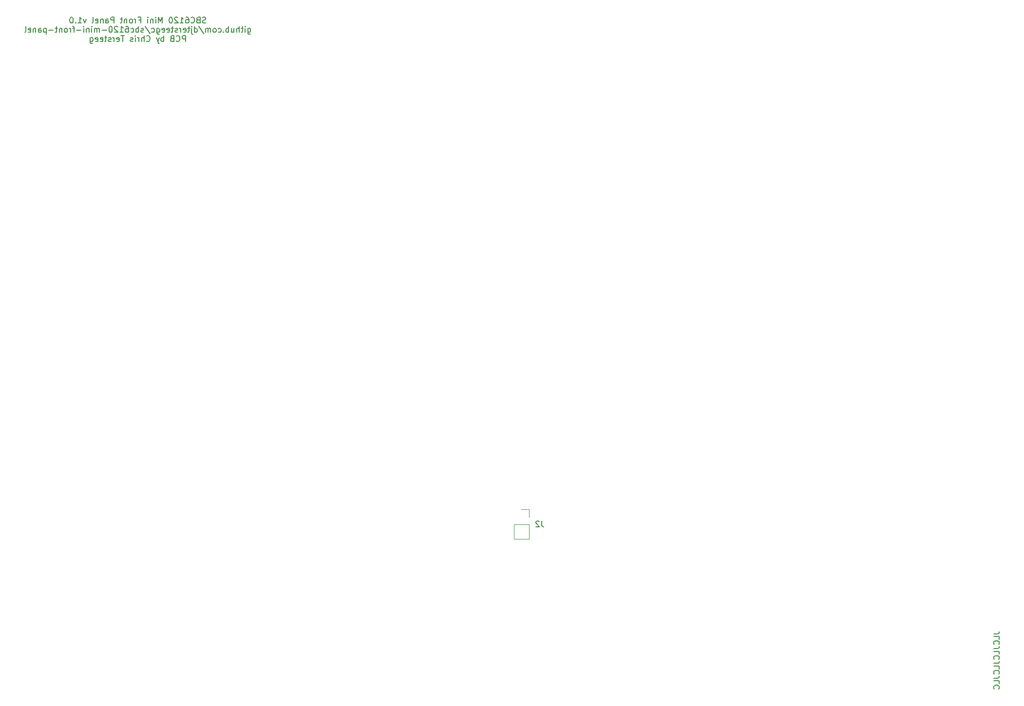
<source format=gbr>
%TF.GenerationSoftware,KiCad,Pcbnew,7.0.9*%
%TF.CreationDate,2023-12-04T17:05:13-06:00*%
%TF.ProjectId,sbc6120-rbc-front-panel,73626336-3132-4302-9d72-62632d66726f,1.0*%
%TF.SameCoordinates,Original*%
%TF.FileFunction,Legend,Bot*%
%TF.FilePolarity,Positive*%
%FSLAX46Y46*%
G04 Gerber Fmt 4.6, Leading zero omitted, Abs format (unit mm)*
G04 Created by KiCad (PCBNEW 7.0.9) date 2023-12-04 17:05:13*
%MOMM*%
%LPD*%
G01*
G04 APERTURE LIST*
%ADD10C,0.150000*%
%ADD11C,0.120000*%
G04 APERTURE END LIST*
D10*
X235724819Y-134607493D02*
X236439104Y-134607493D01*
X236439104Y-134607493D02*
X236581961Y-134559874D01*
X236581961Y-134559874D02*
X236677200Y-134464636D01*
X236677200Y-134464636D02*
X236724819Y-134321779D01*
X236724819Y-134321779D02*
X236724819Y-134226541D01*
X236724819Y-135559874D02*
X236724819Y-135083684D01*
X236724819Y-135083684D02*
X235724819Y-135083684D01*
X236629580Y-136464636D02*
X236677200Y-136417017D01*
X236677200Y-136417017D02*
X236724819Y-136274160D01*
X236724819Y-136274160D02*
X236724819Y-136178922D01*
X236724819Y-136178922D02*
X236677200Y-136036065D01*
X236677200Y-136036065D02*
X236581961Y-135940827D01*
X236581961Y-135940827D02*
X236486723Y-135893208D01*
X236486723Y-135893208D02*
X236296247Y-135845589D01*
X236296247Y-135845589D02*
X236153390Y-135845589D01*
X236153390Y-135845589D02*
X235962914Y-135893208D01*
X235962914Y-135893208D02*
X235867676Y-135940827D01*
X235867676Y-135940827D02*
X235772438Y-136036065D01*
X235772438Y-136036065D02*
X235724819Y-136178922D01*
X235724819Y-136178922D02*
X235724819Y-136274160D01*
X235724819Y-136274160D02*
X235772438Y-136417017D01*
X235772438Y-136417017D02*
X235820057Y-136464636D01*
X235724819Y-137178922D02*
X236439104Y-137178922D01*
X236439104Y-137178922D02*
X236581961Y-137131303D01*
X236581961Y-137131303D02*
X236677200Y-137036065D01*
X236677200Y-137036065D02*
X236724819Y-136893208D01*
X236724819Y-136893208D02*
X236724819Y-136797970D01*
X236724819Y-138131303D02*
X236724819Y-137655113D01*
X236724819Y-137655113D02*
X235724819Y-137655113D01*
X236629580Y-139036065D02*
X236677200Y-138988446D01*
X236677200Y-138988446D02*
X236724819Y-138845589D01*
X236724819Y-138845589D02*
X236724819Y-138750351D01*
X236724819Y-138750351D02*
X236677200Y-138607494D01*
X236677200Y-138607494D02*
X236581961Y-138512256D01*
X236581961Y-138512256D02*
X236486723Y-138464637D01*
X236486723Y-138464637D02*
X236296247Y-138417018D01*
X236296247Y-138417018D02*
X236153390Y-138417018D01*
X236153390Y-138417018D02*
X235962914Y-138464637D01*
X235962914Y-138464637D02*
X235867676Y-138512256D01*
X235867676Y-138512256D02*
X235772438Y-138607494D01*
X235772438Y-138607494D02*
X235724819Y-138750351D01*
X235724819Y-138750351D02*
X235724819Y-138845589D01*
X235724819Y-138845589D02*
X235772438Y-138988446D01*
X235772438Y-138988446D02*
X235820057Y-139036065D01*
X235724819Y-139750351D02*
X236439104Y-139750351D01*
X236439104Y-139750351D02*
X236581961Y-139702732D01*
X236581961Y-139702732D02*
X236677200Y-139607494D01*
X236677200Y-139607494D02*
X236724819Y-139464637D01*
X236724819Y-139464637D02*
X236724819Y-139369399D01*
X236724819Y-140702732D02*
X236724819Y-140226542D01*
X236724819Y-140226542D02*
X235724819Y-140226542D01*
X236629580Y-141607494D02*
X236677200Y-141559875D01*
X236677200Y-141559875D02*
X236724819Y-141417018D01*
X236724819Y-141417018D02*
X236724819Y-141321780D01*
X236724819Y-141321780D02*
X236677200Y-141178923D01*
X236677200Y-141178923D02*
X236581961Y-141083685D01*
X236581961Y-141083685D02*
X236486723Y-141036066D01*
X236486723Y-141036066D02*
X236296247Y-140988447D01*
X236296247Y-140988447D02*
X236153390Y-140988447D01*
X236153390Y-140988447D02*
X235962914Y-141036066D01*
X235962914Y-141036066D02*
X235867676Y-141083685D01*
X235867676Y-141083685D02*
X235772438Y-141178923D01*
X235772438Y-141178923D02*
X235724819Y-141321780D01*
X235724819Y-141321780D02*
X235724819Y-141417018D01*
X235724819Y-141417018D02*
X235772438Y-141559875D01*
X235772438Y-141559875D02*
X235820057Y-141607494D01*
X235724819Y-142321780D02*
X236439104Y-142321780D01*
X236439104Y-142321780D02*
X236581961Y-142274161D01*
X236581961Y-142274161D02*
X236677200Y-142178923D01*
X236677200Y-142178923D02*
X236724819Y-142036066D01*
X236724819Y-142036066D02*
X236724819Y-141940828D01*
X236724819Y-143274161D02*
X236724819Y-142797971D01*
X236724819Y-142797971D02*
X235724819Y-142797971D01*
X236629580Y-144178923D02*
X236677200Y-144131304D01*
X236677200Y-144131304D02*
X236724819Y-143988447D01*
X236724819Y-143988447D02*
X236724819Y-143893209D01*
X236724819Y-143893209D02*
X236677200Y-143750352D01*
X236677200Y-143750352D02*
X236581961Y-143655114D01*
X236581961Y-143655114D02*
X236486723Y-143607495D01*
X236486723Y-143607495D02*
X236296247Y-143559876D01*
X236296247Y-143559876D02*
X236153390Y-143559876D01*
X236153390Y-143559876D02*
X235962914Y-143607495D01*
X235962914Y-143607495D02*
X235867676Y-143655114D01*
X235867676Y-143655114D02*
X235772438Y-143750352D01*
X235772438Y-143750352D02*
X235724819Y-143893209D01*
X235724819Y-143893209D02*
X235724819Y-143988447D01*
X235724819Y-143988447D02*
X235772438Y-144131304D01*
X235772438Y-144131304D02*
X235820057Y-144178923D01*
X98804524Y-28352200D02*
X98661667Y-28399819D01*
X98661667Y-28399819D02*
X98423572Y-28399819D01*
X98423572Y-28399819D02*
X98328334Y-28352200D01*
X98328334Y-28352200D02*
X98280715Y-28304580D01*
X98280715Y-28304580D02*
X98233096Y-28209342D01*
X98233096Y-28209342D02*
X98233096Y-28114104D01*
X98233096Y-28114104D02*
X98280715Y-28018866D01*
X98280715Y-28018866D02*
X98328334Y-27971247D01*
X98328334Y-27971247D02*
X98423572Y-27923628D01*
X98423572Y-27923628D02*
X98614048Y-27876009D01*
X98614048Y-27876009D02*
X98709286Y-27828390D01*
X98709286Y-27828390D02*
X98756905Y-27780771D01*
X98756905Y-27780771D02*
X98804524Y-27685533D01*
X98804524Y-27685533D02*
X98804524Y-27590295D01*
X98804524Y-27590295D02*
X98756905Y-27495057D01*
X98756905Y-27495057D02*
X98709286Y-27447438D01*
X98709286Y-27447438D02*
X98614048Y-27399819D01*
X98614048Y-27399819D02*
X98375953Y-27399819D01*
X98375953Y-27399819D02*
X98233096Y-27447438D01*
X97471191Y-27876009D02*
X97328334Y-27923628D01*
X97328334Y-27923628D02*
X97280715Y-27971247D01*
X97280715Y-27971247D02*
X97233096Y-28066485D01*
X97233096Y-28066485D02*
X97233096Y-28209342D01*
X97233096Y-28209342D02*
X97280715Y-28304580D01*
X97280715Y-28304580D02*
X97328334Y-28352200D01*
X97328334Y-28352200D02*
X97423572Y-28399819D01*
X97423572Y-28399819D02*
X97804524Y-28399819D01*
X97804524Y-28399819D02*
X97804524Y-27399819D01*
X97804524Y-27399819D02*
X97471191Y-27399819D01*
X97471191Y-27399819D02*
X97375953Y-27447438D01*
X97375953Y-27447438D02*
X97328334Y-27495057D01*
X97328334Y-27495057D02*
X97280715Y-27590295D01*
X97280715Y-27590295D02*
X97280715Y-27685533D01*
X97280715Y-27685533D02*
X97328334Y-27780771D01*
X97328334Y-27780771D02*
X97375953Y-27828390D01*
X97375953Y-27828390D02*
X97471191Y-27876009D01*
X97471191Y-27876009D02*
X97804524Y-27876009D01*
X96233096Y-28304580D02*
X96280715Y-28352200D01*
X96280715Y-28352200D02*
X96423572Y-28399819D01*
X96423572Y-28399819D02*
X96518810Y-28399819D01*
X96518810Y-28399819D02*
X96661667Y-28352200D01*
X96661667Y-28352200D02*
X96756905Y-28256961D01*
X96756905Y-28256961D02*
X96804524Y-28161723D01*
X96804524Y-28161723D02*
X96852143Y-27971247D01*
X96852143Y-27971247D02*
X96852143Y-27828390D01*
X96852143Y-27828390D02*
X96804524Y-27637914D01*
X96804524Y-27637914D02*
X96756905Y-27542676D01*
X96756905Y-27542676D02*
X96661667Y-27447438D01*
X96661667Y-27447438D02*
X96518810Y-27399819D01*
X96518810Y-27399819D02*
X96423572Y-27399819D01*
X96423572Y-27399819D02*
X96280715Y-27447438D01*
X96280715Y-27447438D02*
X96233096Y-27495057D01*
X95375953Y-27399819D02*
X95566429Y-27399819D01*
X95566429Y-27399819D02*
X95661667Y-27447438D01*
X95661667Y-27447438D02*
X95709286Y-27495057D01*
X95709286Y-27495057D02*
X95804524Y-27637914D01*
X95804524Y-27637914D02*
X95852143Y-27828390D01*
X95852143Y-27828390D02*
X95852143Y-28209342D01*
X95852143Y-28209342D02*
X95804524Y-28304580D01*
X95804524Y-28304580D02*
X95756905Y-28352200D01*
X95756905Y-28352200D02*
X95661667Y-28399819D01*
X95661667Y-28399819D02*
X95471191Y-28399819D01*
X95471191Y-28399819D02*
X95375953Y-28352200D01*
X95375953Y-28352200D02*
X95328334Y-28304580D01*
X95328334Y-28304580D02*
X95280715Y-28209342D01*
X95280715Y-28209342D02*
X95280715Y-27971247D01*
X95280715Y-27971247D02*
X95328334Y-27876009D01*
X95328334Y-27876009D02*
X95375953Y-27828390D01*
X95375953Y-27828390D02*
X95471191Y-27780771D01*
X95471191Y-27780771D02*
X95661667Y-27780771D01*
X95661667Y-27780771D02*
X95756905Y-27828390D01*
X95756905Y-27828390D02*
X95804524Y-27876009D01*
X95804524Y-27876009D02*
X95852143Y-27971247D01*
X94328334Y-28399819D02*
X94899762Y-28399819D01*
X94614048Y-28399819D02*
X94614048Y-27399819D01*
X94614048Y-27399819D02*
X94709286Y-27542676D01*
X94709286Y-27542676D02*
X94804524Y-27637914D01*
X94804524Y-27637914D02*
X94899762Y-27685533D01*
X93947381Y-27495057D02*
X93899762Y-27447438D01*
X93899762Y-27447438D02*
X93804524Y-27399819D01*
X93804524Y-27399819D02*
X93566429Y-27399819D01*
X93566429Y-27399819D02*
X93471191Y-27447438D01*
X93471191Y-27447438D02*
X93423572Y-27495057D01*
X93423572Y-27495057D02*
X93375953Y-27590295D01*
X93375953Y-27590295D02*
X93375953Y-27685533D01*
X93375953Y-27685533D02*
X93423572Y-27828390D01*
X93423572Y-27828390D02*
X93995000Y-28399819D01*
X93995000Y-28399819D02*
X93375953Y-28399819D01*
X92756905Y-27399819D02*
X92661667Y-27399819D01*
X92661667Y-27399819D02*
X92566429Y-27447438D01*
X92566429Y-27447438D02*
X92518810Y-27495057D01*
X92518810Y-27495057D02*
X92471191Y-27590295D01*
X92471191Y-27590295D02*
X92423572Y-27780771D01*
X92423572Y-27780771D02*
X92423572Y-28018866D01*
X92423572Y-28018866D02*
X92471191Y-28209342D01*
X92471191Y-28209342D02*
X92518810Y-28304580D01*
X92518810Y-28304580D02*
X92566429Y-28352200D01*
X92566429Y-28352200D02*
X92661667Y-28399819D01*
X92661667Y-28399819D02*
X92756905Y-28399819D01*
X92756905Y-28399819D02*
X92852143Y-28352200D01*
X92852143Y-28352200D02*
X92899762Y-28304580D01*
X92899762Y-28304580D02*
X92947381Y-28209342D01*
X92947381Y-28209342D02*
X92995000Y-28018866D01*
X92995000Y-28018866D02*
X92995000Y-27780771D01*
X92995000Y-27780771D02*
X92947381Y-27590295D01*
X92947381Y-27590295D02*
X92899762Y-27495057D01*
X92899762Y-27495057D02*
X92852143Y-27447438D01*
X92852143Y-27447438D02*
X92756905Y-27399819D01*
X91233095Y-28399819D02*
X91233095Y-27399819D01*
X91233095Y-27399819D02*
X90899762Y-28114104D01*
X90899762Y-28114104D02*
X90566429Y-27399819D01*
X90566429Y-27399819D02*
X90566429Y-28399819D01*
X90090238Y-28399819D02*
X90090238Y-27733152D01*
X90090238Y-27399819D02*
X90137857Y-27447438D01*
X90137857Y-27447438D02*
X90090238Y-27495057D01*
X90090238Y-27495057D02*
X90042619Y-27447438D01*
X90042619Y-27447438D02*
X90090238Y-27399819D01*
X90090238Y-27399819D02*
X90090238Y-27495057D01*
X89614048Y-27733152D02*
X89614048Y-28399819D01*
X89614048Y-27828390D02*
X89566429Y-27780771D01*
X89566429Y-27780771D02*
X89471191Y-27733152D01*
X89471191Y-27733152D02*
X89328334Y-27733152D01*
X89328334Y-27733152D02*
X89233096Y-27780771D01*
X89233096Y-27780771D02*
X89185477Y-27876009D01*
X89185477Y-27876009D02*
X89185477Y-28399819D01*
X88709286Y-28399819D02*
X88709286Y-27733152D01*
X88709286Y-27399819D02*
X88756905Y-27447438D01*
X88756905Y-27447438D02*
X88709286Y-27495057D01*
X88709286Y-27495057D02*
X88661667Y-27447438D01*
X88661667Y-27447438D02*
X88709286Y-27399819D01*
X88709286Y-27399819D02*
X88709286Y-27495057D01*
X87137858Y-27876009D02*
X87471191Y-27876009D01*
X87471191Y-28399819D02*
X87471191Y-27399819D01*
X87471191Y-27399819D02*
X86995001Y-27399819D01*
X86614048Y-28399819D02*
X86614048Y-27733152D01*
X86614048Y-27923628D02*
X86566429Y-27828390D01*
X86566429Y-27828390D02*
X86518810Y-27780771D01*
X86518810Y-27780771D02*
X86423572Y-27733152D01*
X86423572Y-27733152D02*
X86328334Y-27733152D01*
X85852143Y-28399819D02*
X85947381Y-28352200D01*
X85947381Y-28352200D02*
X85995000Y-28304580D01*
X85995000Y-28304580D02*
X86042619Y-28209342D01*
X86042619Y-28209342D02*
X86042619Y-27923628D01*
X86042619Y-27923628D02*
X85995000Y-27828390D01*
X85995000Y-27828390D02*
X85947381Y-27780771D01*
X85947381Y-27780771D02*
X85852143Y-27733152D01*
X85852143Y-27733152D02*
X85709286Y-27733152D01*
X85709286Y-27733152D02*
X85614048Y-27780771D01*
X85614048Y-27780771D02*
X85566429Y-27828390D01*
X85566429Y-27828390D02*
X85518810Y-27923628D01*
X85518810Y-27923628D02*
X85518810Y-28209342D01*
X85518810Y-28209342D02*
X85566429Y-28304580D01*
X85566429Y-28304580D02*
X85614048Y-28352200D01*
X85614048Y-28352200D02*
X85709286Y-28399819D01*
X85709286Y-28399819D02*
X85852143Y-28399819D01*
X85090238Y-27733152D02*
X85090238Y-28399819D01*
X85090238Y-27828390D02*
X85042619Y-27780771D01*
X85042619Y-27780771D02*
X84947381Y-27733152D01*
X84947381Y-27733152D02*
X84804524Y-27733152D01*
X84804524Y-27733152D02*
X84709286Y-27780771D01*
X84709286Y-27780771D02*
X84661667Y-27876009D01*
X84661667Y-27876009D02*
X84661667Y-28399819D01*
X84328333Y-27733152D02*
X83947381Y-27733152D01*
X84185476Y-27399819D02*
X84185476Y-28256961D01*
X84185476Y-28256961D02*
X84137857Y-28352200D01*
X84137857Y-28352200D02*
X84042619Y-28399819D01*
X84042619Y-28399819D02*
X83947381Y-28399819D01*
X82852142Y-28399819D02*
X82852142Y-27399819D01*
X82852142Y-27399819D02*
X82471190Y-27399819D01*
X82471190Y-27399819D02*
X82375952Y-27447438D01*
X82375952Y-27447438D02*
X82328333Y-27495057D01*
X82328333Y-27495057D02*
X82280714Y-27590295D01*
X82280714Y-27590295D02*
X82280714Y-27733152D01*
X82280714Y-27733152D02*
X82328333Y-27828390D01*
X82328333Y-27828390D02*
X82375952Y-27876009D01*
X82375952Y-27876009D02*
X82471190Y-27923628D01*
X82471190Y-27923628D02*
X82852142Y-27923628D01*
X81423571Y-28399819D02*
X81423571Y-27876009D01*
X81423571Y-27876009D02*
X81471190Y-27780771D01*
X81471190Y-27780771D02*
X81566428Y-27733152D01*
X81566428Y-27733152D02*
X81756904Y-27733152D01*
X81756904Y-27733152D02*
X81852142Y-27780771D01*
X81423571Y-28352200D02*
X81518809Y-28399819D01*
X81518809Y-28399819D02*
X81756904Y-28399819D01*
X81756904Y-28399819D02*
X81852142Y-28352200D01*
X81852142Y-28352200D02*
X81899761Y-28256961D01*
X81899761Y-28256961D02*
X81899761Y-28161723D01*
X81899761Y-28161723D02*
X81852142Y-28066485D01*
X81852142Y-28066485D02*
X81756904Y-28018866D01*
X81756904Y-28018866D02*
X81518809Y-28018866D01*
X81518809Y-28018866D02*
X81423571Y-27971247D01*
X80947380Y-27733152D02*
X80947380Y-28399819D01*
X80947380Y-27828390D02*
X80899761Y-27780771D01*
X80899761Y-27780771D02*
X80804523Y-27733152D01*
X80804523Y-27733152D02*
X80661666Y-27733152D01*
X80661666Y-27733152D02*
X80566428Y-27780771D01*
X80566428Y-27780771D02*
X80518809Y-27876009D01*
X80518809Y-27876009D02*
X80518809Y-28399819D01*
X79661666Y-28352200D02*
X79756904Y-28399819D01*
X79756904Y-28399819D02*
X79947380Y-28399819D01*
X79947380Y-28399819D02*
X80042618Y-28352200D01*
X80042618Y-28352200D02*
X80090237Y-28256961D01*
X80090237Y-28256961D02*
X80090237Y-27876009D01*
X80090237Y-27876009D02*
X80042618Y-27780771D01*
X80042618Y-27780771D02*
X79947380Y-27733152D01*
X79947380Y-27733152D02*
X79756904Y-27733152D01*
X79756904Y-27733152D02*
X79661666Y-27780771D01*
X79661666Y-27780771D02*
X79614047Y-27876009D01*
X79614047Y-27876009D02*
X79614047Y-27971247D01*
X79614047Y-27971247D02*
X80090237Y-28066485D01*
X79042618Y-28399819D02*
X79137856Y-28352200D01*
X79137856Y-28352200D02*
X79185475Y-28256961D01*
X79185475Y-28256961D02*
X79185475Y-27399819D01*
X77994998Y-27733152D02*
X77756903Y-28399819D01*
X77756903Y-28399819D02*
X77518808Y-27733152D01*
X76614046Y-28399819D02*
X77185474Y-28399819D01*
X76899760Y-28399819D02*
X76899760Y-27399819D01*
X76899760Y-27399819D02*
X76994998Y-27542676D01*
X76994998Y-27542676D02*
X77090236Y-27637914D01*
X77090236Y-27637914D02*
X77185474Y-27685533D01*
X76185474Y-28304580D02*
X76137855Y-28352200D01*
X76137855Y-28352200D02*
X76185474Y-28399819D01*
X76185474Y-28399819D02*
X76233093Y-28352200D01*
X76233093Y-28352200D02*
X76185474Y-28304580D01*
X76185474Y-28304580D02*
X76185474Y-28399819D01*
X75518808Y-27399819D02*
X75423570Y-27399819D01*
X75423570Y-27399819D02*
X75328332Y-27447438D01*
X75328332Y-27447438D02*
X75280713Y-27495057D01*
X75280713Y-27495057D02*
X75233094Y-27590295D01*
X75233094Y-27590295D02*
X75185475Y-27780771D01*
X75185475Y-27780771D02*
X75185475Y-28018866D01*
X75185475Y-28018866D02*
X75233094Y-28209342D01*
X75233094Y-28209342D02*
X75280713Y-28304580D01*
X75280713Y-28304580D02*
X75328332Y-28352200D01*
X75328332Y-28352200D02*
X75423570Y-28399819D01*
X75423570Y-28399819D02*
X75518808Y-28399819D01*
X75518808Y-28399819D02*
X75614046Y-28352200D01*
X75614046Y-28352200D02*
X75661665Y-28304580D01*
X75661665Y-28304580D02*
X75709284Y-28209342D01*
X75709284Y-28209342D02*
X75756903Y-28018866D01*
X75756903Y-28018866D02*
X75756903Y-27780771D01*
X75756903Y-27780771D02*
X75709284Y-27590295D01*
X75709284Y-27590295D02*
X75661665Y-27495057D01*
X75661665Y-27495057D02*
X75614046Y-27447438D01*
X75614046Y-27447438D02*
X75518808Y-27399819D01*
X106114048Y-29343152D02*
X106114048Y-30152676D01*
X106114048Y-30152676D02*
X106161667Y-30247914D01*
X106161667Y-30247914D02*
X106209286Y-30295533D01*
X106209286Y-30295533D02*
X106304524Y-30343152D01*
X106304524Y-30343152D02*
X106447381Y-30343152D01*
X106447381Y-30343152D02*
X106542619Y-30295533D01*
X106114048Y-29962200D02*
X106209286Y-30009819D01*
X106209286Y-30009819D02*
X106399762Y-30009819D01*
X106399762Y-30009819D02*
X106495000Y-29962200D01*
X106495000Y-29962200D02*
X106542619Y-29914580D01*
X106542619Y-29914580D02*
X106590238Y-29819342D01*
X106590238Y-29819342D02*
X106590238Y-29533628D01*
X106590238Y-29533628D02*
X106542619Y-29438390D01*
X106542619Y-29438390D02*
X106495000Y-29390771D01*
X106495000Y-29390771D02*
X106399762Y-29343152D01*
X106399762Y-29343152D02*
X106209286Y-29343152D01*
X106209286Y-29343152D02*
X106114048Y-29390771D01*
X105637857Y-30009819D02*
X105637857Y-29343152D01*
X105637857Y-29009819D02*
X105685476Y-29057438D01*
X105685476Y-29057438D02*
X105637857Y-29105057D01*
X105637857Y-29105057D02*
X105590238Y-29057438D01*
X105590238Y-29057438D02*
X105637857Y-29009819D01*
X105637857Y-29009819D02*
X105637857Y-29105057D01*
X105304524Y-29343152D02*
X104923572Y-29343152D01*
X105161667Y-29009819D02*
X105161667Y-29866961D01*
X105161667Y-29866961D02*
X105114048Y-29962200D01*
X105114048Y-29962200D02*
X105018810Y-30009819D01*
X105018810Y-30009819D02*
X104923572Y-30009819D01*
X104590238Y-30009819D02*
X104590238Y-29009819D01*
X104161667Y-30009819D02*
X104161667Y-29486009D01*
X104161667Y-29486009D02*
X104209286Y-29390771D01*
X104209286Y-29390771D02*
X104304524Y-29343152D01*
X104304524Y-29343152D02*
X104447381Y-29343152D01*
X104447381Y-29343152D02*
X104542619Y-29390771D01*
X104542619Y-29390771D02*
X104590238Y-29438390D01*
X103256905Y-29343152D02*
X103256905Y-30009819D01*
X103685476Y-29343152D02*
X103685476Y-29866961D01*
X103685476Y-29866961D02*
X103637857Y-29962200D01*
X103637857Y-29962200D02*
X103542619Y-30009819D01*
X103542619Y-30009819D02*
X103399762Y-30009819D01*
X103399762Y-30009819D02*
X103304524Y-29962200D01*
X103304524Y-29962200D02*
X103256905Y-29914580D01*
X102780714Y-30009819D02*
X102780714Y-29009819D01*
X102780714Y-29390771D02*
X102685476Y-29343152D01*
X102685476Y-29343152D02*
X102495000Y-29343152D01*
X102495000Y-29343152D02*
X102399762Y-29390771D01*
X102399762Y-29390771D02*
X102352143Y-29438390D01*
X102352143Y-29438390D02*
X102304524Y-29533628D01*
X102304524Y-29533628D02*
X102304524Y-29819342D01*
X102304524Y-29819342D02*
X102352143Y-29914580D01*
X102352143Y-29914580D02*
X102399762Y-29962200D01*
X102399762Y-29962200D02*
X102495000Y-30009819D01*
X102495000Y-30009819D02*
X102685476Y-30009819D01*
X102685476Y-30009819D02*
X102780714Y-29962200D01*
X101875952Y-29914580D02*
X101828333Y-29962200D01*
X101828333Y-29962200D02*
X101875952Y-30009819D01*
X101875952Y-30009819D02*
X101923571Y-29962200D01*
X101923571Y-29962200D02*
X101875952Y-29914580D01*
X101875952Y-29914580D02*
X101875952Y-30009819D01*
X100971191Y-29962200D02*
X101066429Y-30009819D01*
X101066429Y-30009819D02*
X101256905Y-30009819D01*
X101256905Y-30009819D02*
X101352143Y-29962200D01*
X101352143Y-29962200D02*
X101399762Y-29914580D01*
X101399762Y-29914580D02*
X101447381Y-29819342D01*
X101447381Y-29819342D02*
X101447381Y-29533628D01*
X101447381Y-29533628D02*
X101399762Y-29438390D01*
X101399762Y-29438390D02*
X101352143Y-29390771D01*
X101352143Y-29390771D02*
X101256905Y-29343152D01*
X101256905Y-29343152D02*
X101066429Y-29343152D01*
X101066429Y-29343152D02*
X100971191Y-29390771D01*
X100399762Y-30009819D02*
X100495000Y-29962200D01*
X100495000Y-29962200D02*
X100542619Y-29914580D01*
X100542619Y-29914580D02*
X100590238Y-29819342D01*
X100590238Y-29819342D02*
X100590238Y-29533628D01*
X100590238Y-29533628D02*
X100542619Y-29438390D01*
X100542619Y-29438390D02*
X100495000Y-29390771D01*
X100495000Y-29390771D02*
X100399762Y-29343152D01*
X100399762Y-29343152D02*
X100256905Y-29343152D01*
X100256905Y-29343152D02*
X100161667Y-29390771D01*
X100161667Y-29390771D02*
X100114048Y-29438390D01*
X100114048Y-29438390D02*
X100066429Y-29533628D01*
X100066429Y-29533628D02*
X100066429Y-29819342D01*
X100066429Y-29819342D02*
X100114048Y-29914580D01*
X100114048Y-29914580D02*
X100161667Y-29962200D01*
X100161667Y-29962200D02*
X100256905Y-30009819D01*
X100256905Y-30009819D02*
X100399762Y-30009819D01*
X99637857Y-30009819D02*
X99637857Y-29343152D01*
X99637857Y-29438390D02*
X99590238Y-29390771D01*
X99590238Y-29390771D02*
X99495000Y-29343152D01*
X99495000Y-29343152D02*
X99352143Y-29343152D01*
X99352143Y-29343152D02*
X99256905Y-29390771D01*
X99256905Y-29390771D02*
X99209286Y-29486009D01*
X99209286Y-29486009D02*
X99209286Y-30009819D01*
X99209286Y-29486009D02*
X99161667Y-29390771D01*
X99161667Y-29390771D02*
X99066429Y-29343152D01*
X99066429Y-29343152D02*
X98923572Y-29343152D01*
X98923572Y-29343152D02*
X98828333Y-29390771D01*
X98828333Y-29390771D02*
X98780714Y-29486009D01*
X98780714Y-29486009D02*
X98780714Y-30009819D01*
X97590239Y-28962200D02*
X98447381Y-30247914D01*
X96828334Y-30009819D02*
X96828334Y-29009819D01*
X96828334Y-29962200D02*
X96923572Y-30009819D01*
X96923572Y-30009819D02*
X97114048Y-30009819D01*
X97114048Y-30009819D02*
X97209286Y-29962200D01*
X97209286Y-29962200D02*
X97256905Y-29914580D01*
X97256905Y-29914580D02*
X97304524Y-29819342D01*
X97304524Y-29819342D02*
X97304524Y-29533628D01*
X97304524Y-29533628D02*
X97256905Y-29438390D01*
X97256905Y-29438390D02*
X97209286Y-29390771D01*
X97209286Y-29390771D02*
X97114048Y-29343152D01*
X97114048Y-29343152D02*
X96923572Y-29343152D01*
X96923572Y-29343152D02*
X96828334Y-29390771D01*
X96352143Y-29343152D02*
X96352143Y-30200295D01*
X96352143Y-30200295D02*
X96399762Y-30295533D01*
X96399762Y-30295533D02*
X96495000Y-30343152D01*
X96495000Y-30343152D02*
X96542619Y-30343152D01*
X96352143Y-29009819D02*
X96399762Y-29057438D01*
X96399762Y-29057438D02*
X96352143Y-29105057D01*
X96352143Y-29105057D02*
X96304524Y-29057438D01*
X96304524Y-29057438D02*
X96352143Y-29009819D01*
X96352143Y-29009819D02*
X96352143Y-29105057D01*
X96018810Y-29343152D02*
X95637858Y-29343152D01*
X95875953Y-29009819D02*
X95875953Y-29866961D01*
X95875953Y-29866961D02*
X95828334Y-29962200D01*
X95828334Y-29962200D02*
X95733096Y-30009819D01*
X95733096Y-30009819D02*
X95637858Y-30009819D01*
X94923572Y-29962200D02*
X95018810Y-30009819D01*
X95018810Y-30009819D02*
X95209286Y-30009819D01*
X95209286Y-30009819D02*
X95304524Y-29962200D01*
X95304524Y-29962200D02*
X95352143Y-29866961D01*
X95352143Y-29866961D02*
X95352143Y-29486009D01*
X95352143Y-29486009D02*
X95304524Y-29390771D01*
X95304524Y-29390771D02*
X95209286Y-29343152D01*
X95209286Y-29343152D02*
X95018810Y-29343152D01*
X95018810Y-29343152D02*
X94923572Y-29390771D01*
X94923572Y-29390771D02*
X94875953Y-29486009D01*
X94875953Y-29486009D02*
X94875953Y-29581247D01*
X94875953Y-29581247D02*
X95352143Y-29676485D01*
X94447381Y-30009819D02*
X94447381Y-29343152D01*
X94447381Y-29533628D02*
X94399762Y-29438390D01*
X94399762Y-29438390D02*
X94352143Y-29390771D01*
X94352143Y-29390771D02*
X94256905Y-29343152D01*
X94256905Y-29343152D02*
X94161667Y-29343152D01*
X93875952Y-29962200D02*
X93780714Y-30009819D01*
X93780714Y-30009819D02*
X93590238Y-30009819D01*
X93590238Y-30009819D02*
X93495000Y-29962200D01*
X93495000Y-29962200D02*
X93447381Y-29866961D01*
X93447381Y-29866961D02*
X93447381Y-29819342D01*
X93447381Y-29819342D02*
X93495000Y-29724104D01*
X93495000Y-29724104D02*
X93590238Y-29676485D01*
X93590238Y-29676485D02*
X93733095Y-29676485D01*
X93733095Y-29676485D02*
X93828333Y-29628866D01*
X93828333Y-29628866D02*
X93875952Y-29533628D01*
X93875952Y-29533628D02*
X93875952Y-29486009D01*
X93875952Y-29486009D02*
X93828333Y-29390771D01*
X93828333Y-29390771D02*
X93733095Y-29343152D01*
X93733095Y-29343152D02*
X93590238Y-29343152D01*
X93590238Y-29343152D02*
X93495000Y-29390771D01*
X93161666Y-29343152D02*
X92780714Y-29343152D01*
X93018809Y-29009819D02*
X93018809Y-29866961D01*
X93018809Y-29866961D02*
X92971190Y-29962200D01*
X92971190Y-29962200D02*
X92875952Y-30009819D01*
X92875952Y-30009819D02*
X92780714Y-30009819D01*
X92066428Y-29962200D02*
X92161666Y-30009819D01*
X92161666Y-30009819D02*
X92352142Y-30009819D01*
X92352142Y-30009819D02*
X92447380Y-29962200D01*
X92447380Y-29962200D02*
X92494999Y-29866961D01*
X92494999Y-29866961D02*
X92494999Y-29486009D01*
X92494999Y-29486009D02*
X92447380Y-29390771D01*
X92447380Y-29390771D02*
X92352142Y-29343152D01*
X92352142Y-29343152D02*
X92161666Y-29343152D01*
X92161666Y-29343152D02*
X92066428Y-29390771D01*
X92066428Y-29390771D02*
X92018809Y-29486009D01*
X92018809Y-29486009D02*
X92018809Y-29581247D01*
X92018809Y-29581247D02*
X92494999Y-29676485D01*
X91209285Y-29962200D02*
X91304523Y-30009819D01*
X91304523Y-30009819D02*
X91494999Y-30009819D01*
X91494999Y-30009819D02*
X91590237Y-29962200D01*
X91590237Y-29962200D02*
X91637856Y-29866961D01*
X91637856Y-29866961D02*
X91637856Y-29486009D01*
X91637856Y-29486009D02*
X91590237Y-29390771D01*
X91590237Y-29390771D02*
X91494999Y-29343152D01*
X91494999Y-29343152D02*
X91304523Y-29343152D01*
X91304523Y-29343152D02*
X91209285Y-29390771D01*
X91209285Y-29390771D02*
X91161666Y-29486009D01*
X91161666Y-29486009D02*
X91161666Y-29581247D01*
X91161666Y-29581247D02*
X91637856Y-29676485D01*
X90304523Y-29343152D02*
X90304523Y-30152676D01*
X90304523Y-30152676D02*
X90352142Y-30247914D01*
X90352142Y-30247914D02*
X90399761Y-30295533D01*
X90399761Y-30295533D02*
X90494999Y-30343152D01*
X90494999Y-30343152D02*
X90637856Y-30343152D01*
X90637856Y-30343152D02*
X90733094Y-30295533D01*
X90304523Y-29962200D02*
X90399761Y-30009819D01*
X90399761Y-30009819D02*
X90590237Y-30009819D01*
X90590237Y-30009819D02*
X90685475Y-29962200D01*
X90685475Y-29962200D02*
X90733094Y-29914580D01*
X90733094Y-29914580D02*
X90780713Y-29819342D01*
X90780713Y-29819342D02*
X90780713Y-29533628D01*
X90780713Y-29533628D02*
X90733094Y-29438390D01*
X90733094Y-29438390D02*
X90685475Y-29390771D01*
X90685475Y-29390771D02*
X90590237Y-29343152D01*
X90590237Y-29343152D02*
X90399761Y-29343152D01*
X90399761Y-29343152D02*
X90304523Y-29390771D01*
X89399761Y-29962200D02*
X89494999Y-30009819D01*
X89494999Y-30009819D02*
X89685475Y-30009819D01*
X89685475Y-30009819D02*
X89780713Y-29962200D01*
X89780713Y-29962200D02*
X89828332Y-29914580D01*
X89828332Y-29914580D02*
X89875951Y-29819342D01*
X89875951Y-29819342D02*
X89875951Y-29533628D01*
X89875951Y-29533628D02*
X89828332Y-29438390D01*
X89828332Y-29438390D02*
X89780713Y-29390771D01*
X89780713Y-29390771D02*
X89685475Y-29343152D01*
X89685475Y-29343152D02*
X89494999Y-29343152D01*
X89494999Y-29343152D02*
X89399761Y-29390771D01*
X88256904Y-28962200D02*
X89114046Y-30247914D01*
X87971189Y-29962200D02*
X87875951Y-30009819D01*
X87875951Y-30009819D02*
X87685475Y-30009819D01*
X87685475Y-30009819D02*
X87590237Y-29962200D01*
X87590237Y-29962200D02*
X87542618Y-29866961D01*
X87542618Y-29866961D02*
X87542618Y-29819342D01*
X87542618Y-29819342D02*
X87590237Y-29724104D01*
X87590237Y-29724104D02*
X87685475Y-29676485D01*
X87685475Y-29676485D02*
X87828332Y-29676485D01*
X87828332Y-29676485D02*
X87923570Y-29628866D01*
X87923570Y-29628866D02*
X87971189Y-29533628D01*
X87971189Y-29533628D02*
X87971189Y-29486009D01*
X87971189Y-29486009D02*
X87923570Y-29390771D01*
X87923570Y-29390771D02*
X87828332Y-29343152D01*
X87828332Y-29343152D02*
X87685475Y-29343152D01*
X87685475Y-29343152D02*
X87590237Y-29390771D01*
X87114046Y-30009819D02*
X87114046Y-29009819D01*
X87114046Y-29390771D02*
X87018808Y-29343152D01*
X87018808Y-29343152D02*
X86828332Y-29343152D01*
X86828332Y-29343152D02*
X86733094Y-29390771D01*
X86733094Y-29390771D02*
X86685475Y-29438390D01*
X86685475Y-29438390D02*
X86637856Y-29533628D01*
X86637856Y-29533628D02*
X86637856Y-29819342D01*
X86637856Y-29819342D02*
X86685475Y-29914580D01*
X86685475Y-29914580D02*
X86733094Y-29962200D01*
X86733094Y-29962200D02*
X86828332Y-30009819D01*
X86828332Y-30009819D02*
X87018808Y-30009819D01*
X87018808Y-30009819D02*
X87114046Y-29962200D01*
X85780713Y-29962200D02*
X85875951Y-30009819D01*
X85875951Y-30009819D02*
X86066427Y-30009819D01*
X86066427Y-30009819D02*
X86161665Y-29962200D01*
X86161665Y-29962200D02*
X86209284Y-29914580D01*
X86209284Y-29914580D02*
X86256903Y-29819342D01*
X86256903Y-29819342D02*
X86256903Y-29533628D01*
X86256903Y-29533628D02*
X86209284Y-29438390D01*
X86209284Y-29438390D02*
X86161665Y-29390771D01*
X86161665Y-29390771D02*
X86066427Y-29343152D01*
X86066427Y-29343152D02*
X85875951Y-29343152D01*
X85875951Y-29343152D02*
X85780713Y-29390771D01*
X84923570Y-29009819D02*
X85114046Y-29009819D01*
X85114046Y-29009819D02*
X85209284Y-29057438D01*
X85209284Y-29057438D02*
X85256903Y-29105057D01*
X85256903Y-29105057D02*
X85352141Y-29247914D01*
X85352141Y-29247914D02*
X85399760Y-29438390D01*
X85399760Y-29438390D02*
X85399760Y-29819342D01*
X85399760Y-29819342D02*
X85352141Y-29914580D01*
X85352141Y-29914580D02*
X85304522Y-29962200D01*
X85304522Y-29962200D02*
X85209284Y-30009819D01*
X85209284Y-30009819D02*
X85018808Y-30009819D01*
X85018808Y-30009819D02*
X84923570Y-29962200D01*
X84923570Y-29962200D02*
X84875951Y-29914580D01*
X84875951Y-29914580D02*
X84828332Y-29819342D01*
X84828332Y-29819342D02*
X84828332Y-29581247D01*
X84828332Y-29581247D02*
X84875951Y-29486009D01*
X84875951Y-29486009D02*
X84923570Y-29438390D01*
X84923570Y-29438390D02*
X85018808Y-29390771D01*
X85018808Y-29390771D02*
X85209284Y-29390771D01*
X85209284Y-29390771D02*
X85304522Y-29438390D01*
X85304522Y-29438390D02*
X85352141Y-29486009D01*
X85352141Y-29486009D02*
X85399760Y-29581247D01*
X83875951Y-30009819D02*
X84447379Y-30009819D01*
X84161665Y-30009819D02*
X84161665Y-29009819D01*
X84161665Y-29009819D02*
X84256903Y-29152676D01*
X84256903Y-29152676D02*
X84352141Y-29247914D01*
X84352141Y-29247914D02*
X84447379Y-29295533D01*
X83494998Y-29105057D02*
X83447379Y-29057438D01*
X83447379Y-29057438D02*
X83352141Y-29009819D01*
X83352141Y-29009819D02*
X83114046Y-29009819D01*
X83114046Y-29009819D02*
X83018808Y-29057438D01*
X83018808Y-29057438D02*
X82971189Y-29105057D01*
X82971189Y-29105057D02*
X82923570Y-29200295D01*
X82923570Y-29200295D02*
X82923570Y-29295533D01*
X82923570Y-29295533D02*
X82971189Y-29438390D01*
X82971189Y-29438390D02*
X83542617Y-30009819D01*
X83542617Y-30009819D02*
X82923570Y-30009819D01*
X82304522Y-29009819D02*
X82209284Y-29009819D01*
X82209284Y-29009819D02*
X82114046Y-29057438D01*
X82114046Y-29057438D02*
X82066427Y-29105057D01*
X82066427Y-29105057D02*
X82018808Y-29200295D01*
X82018808Y-29200295D02*
X81971189Y-29390771D01*
X81971189Y-29390771D02*
X81971189Y-29628866D01*
X81971189Y-29628866D02*
X82018808Y-29819342D01*
X82018808Y-29819342D02*
X82066427Y-29914580D01*
X82066427Y-29914580D02*
X82114046Y-29962200D01*
X82114046Y-29962200D02*
X82209284Y-30009819D01*
X82209284Y-30009819D02*
X82304522Y-30009819D01*
X82304522Y-30009819D02*
X82399760Y-29962200D01*
X82399760Y-29962200D02*
X82447379Y-29914580D01*
X82447379Y-29914580D02*
X82494998Y-29819342D01*
X82494998Y-29819342D02*
X82542617Y-29628866D01*
X82542617Y-29628866D02*
X82542617Y-29390771D01*
X82542617Y-29390771D02*
X82494998Y-29200295D01*
X82494998Y-29200295D02*
X82447379Y-29105057D01*
X82447379Y-29105057D02*
X82399760Y-29057438D01*
X82399760Y-29057438D02*
X82304522Y-29009819D01*
X81542617Y-29628866D02*
X80780713Y-29628866D01*
X80304522Y-30009819D02*
X80304522Y-29343152D01*
X80304522Y-29438390D02*
X80256903Y-29390771D01*
X80256903Y-29390771D02*
X80161665Y-29343152D01*
X80161665Y-29343152D02*
X80018808Y-29343152D01*
X80018808Y-29343152D02*
X79923570Y-29390771D01*
X79923570Y-29390771D02*
X79875951Y-29486009D01*
X79875951Y-29486009D02*
X79875951Y-30009819D01*
X79875951Y-29486009D02*
X79828332Y-29390771D01*
X79828332Y-29390771D02*
X79733094Y-29343152D01*
X79733094Y-29343152D02*
X79590237Y-29343152D01*
X79590237Y-29343152D02*
X79494998Y-29390771D01*
X79494998Y-29390771D02*
X79447379Y-29486009D01*
X79447379Y-29486009D02*
X79447379Y-30009819D01*
X78971189Y-30009819D02*
X78971189Y-29343152D01*
X78971189Y-29009819D02*
X79018808Y-29057438D01*
X79018808Y-29057438D02*
X78971189Y-29105057D01*
X78971189Y-29105057D02*
X78923570Y-29057438D01*
X78923570Y-29057438D02*
X78971189Y-29009819D01*
X78971189Y-29009819D02*
X78971189Y-29105057D01*
X78494999Y-29343152D02*
X78494999Y-30009819D01*
X78494999Y-29438390D02*
X78447380Y-29390771D01*
X78447380Y-29390771D02*
X78352142Y-29343152D01*
X78352142Y-29343152D02*
X78209285Y-29343152D01*
X78209285Y-29343152D02*
X78114047Y-29390771D01*
X78114047Y-29390771D02*
X78066428Y-29486009D01*
X78066428Y-29486009D02*
X78066428Y-30009819D01*
X77590237Y-30009819D02*
X77590237Y-29343152D01*
X77590237Y-29009819D02*
X77637856Y-29057438D01*
X77637856Y-29057438D02*
X77590237Y-29105057D01*
X77590237Y-29105057D02*
X77542618Y-29057438D01*
X77542618Y-29057438D02*
X77590237Y-29009819D01*
X77590237Y-29009819D02*
X77590237Y-29105057D01*
X77114047Y-29628866D02*
X76352143Y-29628866D01*
X76018809Y-29343152D02*
X75637857Y-29343152D01*
X75875952Y-30009819D02*
X75875952Y-29152676D01*
X75875952Y-29152676D02*
X75828333Y-29057438D01*
X75828333Y-29057438D02*
X75733095Y-29009819D01*
X75733095Y-29009819D02*
X75637857Y-29009819D01*
X75304523Y-30009819D02*
X75304523Y-29343152D01*
X75304523Y-29533628D02*
X75256904Y-29438390D01*
X75256904Y-29438390D02*
X75209285Y-29390771D01*
X75209285Y-29390771D02*
X75114047Y-29343152D01*
X75114047Y-29343152D02*
X75018809Y-29343152D01*
X74542618Y-30009819D02*
X74637856Y-29962200D01*
X74637856Y-29962200D02*
X74685475Y-29914580D01*
X74685475Y-29914580D02*
X74733094Y-29819342D01*
X74733094Y-29819342D02*
X74733094Y-29533628D01*
X74733094Y-29533628D02*
X74685475Y-29438390D01*
X74685475Y-29438390D02*
X74637856Y-29390771D01*
X74637856Y-29390771D02*
X74542618Y-29343152D01*
X74542618Y-29343152D02*
X74399761Y-29343152D01*
X74399761Y-29343152D02*
X74304523Y-29390771D01*
X74304523Y-29390771D02*
X74256904Y-29438390D01*
X74256904Y-29438390D02*
X74209285Y-29533628D01*
X74209285Y-29533628D02*
X74209285Y-29819342D01*
X74209285Y-29819342D02*
X74256904Y-29914580D01*
X74256904Y-29914580D02*
X74304523Y-29962200D01*
X74304523Y-29962200D02*
X74399761Y-30009819D01*
X74399761Y-30009819D02*
X74542618Y-30009819D01*
X73780713Y-29343152D02*
X73780713Y-30009819D01*
X73780713Y-29438390D02*
X73733094Y-29390771D01*
X73733094Y-29390771D02*
X73637856Y-29343152D01*
X73637856Y-29343152D02*
X73494999Y-29343152D01*
X73494999Y-29343152D02*
X73399761Y-29390771D01*
X73399761Y-29390771D02*
X73352142Y-29486009D01*
X73352142Y-29486009D02*
X73352142Y-30009819D01*
X73018808Y-29343152D02*
X72637856Y-29343152D01*
X72875951Y-29009819D02*
X72875951Y-29866961D01*
X72875951Y-29866961D02*
X72828332Y-29962200D01*
X72828332Y-29962200D02*
X72733094Y-30009819D01*
X72733094Y-30009819D02*
X72637856Y-30009819D01*
X72304522Y-29628866D02*
X71542618Y-29628866D01*
X71066427Y-29343152D02*
X71066427Y-30343152D01*
X71066427Y-29390771D02*
X70971189Y-29343152D01*
X70971189Y-29343152D02*
X70780713Y-29343152D01*
X70780713Y-29343152D02*
X70685475Y-29390771D01*
X70685475Y-29390771D02*
X70637856Y-29438390D01*
X70637856Y-29438390D02*
X70590237Y-29533628D01*
X70590237Y-29533628D02*
X70590237Y-29819342D01*
X70590237Y-29819342D02*
X70637856Y-29914580D01*
X70637856Y-29914580D02*
X70685475Y-29962200D01*
X70685475Y-29962200D02*
X70780713Y-30009819D01*
X70780713Y-30009819D02*
X70971189Y-30009819D01*
X70971189Y-30009819D02*
X71066427Y-29962200D01*
X69733094Y-30009819D02*
X69733094Y-29486009D01*
X69733094Y-29486009D02*
X69780713Y-29390771D01*
X69780713Y-29390771D02*
X69875951Y-29343152D01*
X69875951Y-29343152D02*
X70066427Y-29343152D01*
X70066427Y-29343152D02*
X70161665Y-29390771D01*
X69733094Y-29962200D02*
X69828332Y-30009819D01*
X69828332Y-30009819D02*
X70066427Y-30009819D01*
X70066427Y-30009819D02*
X70161665Y-29962200D01*
X70161665Y-29962200D02*
X70209284Y-29866961D01*
X70209284Y-29866961D02*
X70209284Y-29771723D01*
X70209284Y-29771723D02*
X70161665Y-29676485D01*
X70161665Y-29676485D02*
X70066427Y-29628866D01*
X70066427Y-29628866D02*
X69828332Y-29628866D01*
X69828332Y-29628866D02*
X69733094Y-29581247D01*
X69256903Y-29343152D02*
X69256903Y-30009819D01*
X69256903Y-29438390D02*
X69209284Y-29390771D01*
X69209284Y-29390771D02*
X69114046Y-29343152D01*
X69114046Y-29343152D02*
X68971189Y-29343152D01*
X68971189Y-29343152D02*
X68875951Y-29390771D01*
X68875951Y-29390771D02*
X68828332Y-29486009D01*
X68828332Y-29486009D02*
X68828332Y-30009819D01*
X67971189Y-29962200D02*
X68066427Y-30009819D01*
X68066427Y-30009819D02*
X68256903Y-30009819D01*
X68256903Y-30009819D02*
X68352141Y-29962200D01*
X68352141Y-29962200D02*
X68399760Y-29866961D01*
X68399760Y-29866961D02*
X68399760Y-29486009D01*
X68399760Y-29486009D02*
X68352141Y-29390771D01*
X68352141Y-29390771D02*
X68256903Y-29343152D01*
X68256903Y-29343152D02*
X68066427Y-29343152D01*
X68066427Y-29343152D02*
X67971189Y-29390771D01*
X67971189Y-29390771D02*
X67923570Y-29486009D01*
X67923570Y-29486009D02*
X67923570Y-29581247D01*
X67923570Y-29581247D02*
X68399760Y-29676485D01*
X67352141Y-30009819D02*
X67447379Y-29962200D01*
X67447379Y-29962200D02*
X67494998Y-29866961D01*
X67494998Y-29866961D02*
X67494998Y-29009819D01*
X95256905Y-31619819D02*
X95256905Y-30619819D01*
X95256905Y-30619819D02*
X94875953Y-30619819D01*
X94875953Y-30619819D02*
X94780715Y-30667438D01*
X94780715Y-30667438D02*
X94733096Y-30715057D01*
X94733096Y-30715057D02*
X94685477Y-30810295D01*
X94685477Y-30810295D02*
X94685477Y-30953152D01*
X94685477Y-30953152D02*
X94733096Y-31048390D01*
X94733096Y-31048390D02*
X94780715Y-31096009D01*
X94780715Y-31096009D02*
X94875953Y-31143628D01*
X94875953Y-31143628D02*
X95256905Y-31143628D01*
X93685477Y-31524580D02*
X93733096Y-31572200D01*
X93733096Y-31572200D02*
X93875953Y-31619819D01*
X93875953Y-31619819D02*
X93971191Y-31619819D01*
X93971191Y-31619819D02*
X94114048Y-31572200D01*
X94114048Y-31572200D02*
X94209286Y-31476961D01*
X94209286Y-31476961D02*
X94256905Y-31381723D01*
X94256905Y-31381723D02*
X94304524Y-31191247D01*
X94304524Y-31191247D02*
X94304524Y-31048390D01*
X94304524Y-31048390D02*
X94256905Y-30857914D01*
X94256905Y-30857914D02*
X94209286Y-30762676D01*
X94209286Y-30762676D02*
X94114048Y-30667438D01*
X94114048Y-30667438D02*
X93971191Y-30619819D01*
X93971191Y-30619819D02*
X93875953Y-30619819D01*
X93875953Y-30619819D02*
X93733096Y-30667438D01*
X93733096Y-30667438D02*
X93685477Y-30715057D01*
X92923572Y-31096009D02*
X92780715Y-31143628D01*
X92780715Y-31143628D02*
X92733096Y-31191247D01*
X92733096Y-31191247D02*
X92685477Y-31286485D01*
X92685477Y-31286485D02*
X92685477Y-31429342D01*
X92685477Y-31429342D02*
X92733096Y-31524580D01*
X92733096Y-31524580D02*
X92780715Y-31572200D01*
X92780715Y-31572200D02*
X92875953Y-31619819D01*
X92875953Y-31619819D02*
X93256905Y-31619819D01*
X93256905Y-31619819D02*
X93256905Y-30619819D01*
X93256905Y-30619819D02*
X92923572Y-30619819D01*
X92923572Y-30619819D02*
X92828334Y-30667438D01*
X92828334Y-30667438D02*
X92780715Y-30715057D01*
X92780715Y-30715057D02*
X92733096Y-30810295D01*
X92733096Y-30810295D02*
X92733096Y-30905533D01*
X92733096Y-30905533D02*
X92780715Y-31000771D01*
X92780715Y-31000771D02*
X92828334Y-31048390D01*
X92828334Y-31048390D02*
X92923572Y-31096009D01*
X92923572Y-31096009D02*
X93256905Y-31096009D01*
X91495000Y-31619819D02*
X91495000Y-30619819D01*
X91495000Y-31000771D02*
X91399762Y-30953152D01*
X91399762Y-30953152D02*
X91209286Y-30953152D01*
X91209286Y-30953152D02*
X91114048Y-31000771D01*
X91114048Y-31000771D02*
X91066429Y-31048390D01*
X91066429Y-31048390D02*
X91018810Y-31143628D01*
X91018810Y-31143628D02*
X91018810Y-31429342D01*
X91018810Y-31429342D02*
X91066429Y-31524580D01*
X91066429Y-31524580D02*
X91114048Y-31572200D01*
X91114048Y-31572200D02*
X91209286Y-31619819D01*
X91209286Y-31619819D02*
X91399762Y-31619819D01*
X91399762Y-31619819D02*
X91495000Y-31572200D01*
X90685476Y-30953152D02*
X90447381Y-31619819D01*
X90209286Y-30953152D02*
X90447381Y-31619819D01*
X90447381Y-31619819D02*
X90542619Y-31857914D01*
X90542619Y-31857914D02*
X90590238Y-31905533D01*
X90590238Y-31905533D02*
X90685476Y-31953152D01*
X88495000Y-31524580D02*
X88542619Y-31572200D01*
X88542619Y-31572200D02*
X88685476Y-31619819D01*
X88685476Y-31619819D02*
X88780714Y-31619819D01*
X88780714Y-31619819D02*
X88923571Y-31572200D01*
X88923571Y-31572200D02*
X89018809Y-31476961D01*
X89018809Y-31476961D02*
X89066428Y-31381723D01*
X89066428Y-31381723D02*
X89114047Y-31191247D01*
X89114047Y-31191247D02*
X89114047Y-31048390D01*
X89114047Y-31048390D02*
X89066428Y-30857914D01*
X89066428Y-30857914D02*
X89018809Y-30762676D01*
X89018809Y-30762676D02*
X88923571Y-30667438D01*
X88923571Y-30667438D02*
X88780714Y-30619819D01*
X88780714Y-30619819D02*
X88685476Y-30619819D01*
X88685476Y-30619819D02*
X88542619Y-30667438D01*
X88542619Y-30667438D02*
X88495000Y-30715057D01*
X88066428Y-31619819D02*
X88066428Y-30619819D01*
X87637857Y-31619819D02*
X87637857Y-31096009D01*
X87637857Y-31096009D02*
X87685476Y-31000771D01*
X87685476Y-31000771D02*
X87780714Y-30953152D01*
X87780714Y-30953152D02*
X87923571Y-30953152D01*
X87923571Y-30953152D02*
X88018809Y-31000771D01*
X88018809Y-31000771D02*
X88066428Y-31048390D01*
X87161666Y-31619819D02*
X87161666Y-30953152D01*
X87161666Y-31143628D02*
X87114047Y-31048390D01*
X87114047Y-31048390D02*
X87066428Y-31000771D01*
X87066428Y-31000771D02*
X86971190Y-30953152D01*
X86971190Y-30953152D02*
X86875952Y-30953152D01*
X86542618Y-31619819D02*
X86542618Y-30953152D01*
X86542618Y-30619819D02*
X86590237Y-30667438D01*
X86590237Y-30667438D02*
X86542618Y-30715057D01*
X86542618Y-30715057D02*
X86494999Y-30667438D01*
X86494999Y-30667438D02*
X86542618Y-30619819D01*
X86542618Y-30619819D02*
X86542618Y-30715057D01*
X86114047Y-31572200D02*
X86018809Y-31619819D01*
X86018809Y-31619819D02*
X85828333Y-31619819D01*
X85828333Y-31619819D02*
X85733095Y-31572200D01*
X85733095Y-31572200D02*
X85685476Y-31476961D01*
X85685476Y-31476961D02*
X85685476Y-31429342D01*
X85685476Y-31429342D02*
X85733095Y-31334104D01*
X85733095Y-31334104D02*
X85828333Y-31286485D01*
X85828333Y-31286485D02*
X85971190Y-31286485D01*
X85971190Y-31286485D02*
X86066428Y-31238866D01*
X86066428Y-31238866D02*
X86114047Y-31143628D01*
X86114047Y-31143628D02*
X86114047Y-31096009D01*
X86114047Y-31096009D02*
X86066428Y-31000771D01*
X86066428Y-31000771D02*
X85971190Y-30953152D01*
X85971190Y-30953152D02*
X85828333Y-30953152D01*
X85828333Y-30953152D02*
X85733095Y-31000771D01*
X84637856Y-30619819D02*
X84066428Y-30619819D01*
X84352142Y-31619819D02*
X84352142Y-30619819D01*
X83352142Y-31572200D02*
X83447380Y-31619819D01*
X83447380Y-31619819D02*
X83637856Y-31619819D01*
X83637856Y-31619819D02*
X83733094Y-31572200D01*
X83733094Y-31572200D02*
X83780713Y-31476961D01*
X83780713Y-31476961D02*
X83780713Y-31096009D01*
X83780713Y-31096009D02*
X83733094Y-31000771D01*
X83733094Y-31000771D02*
X83637856Y-30953152D01*
X83637856Y-30953152D02*
X83447380Y-30953152D01*
X83447380Y-30953152D02*
X83352142Y-31000771D01*
X83352142Y-31000771D02*
X83304523Y-31096009D01*
X83304523Y-31096009D02*
X83304523Y-31191247D01*
X83304523Y-31191247D02*
X83780713Y-31286485D01*
X82875951Y-31619819D02*
X82875951Y-30953152D01*
X82875951Y-31143628D02*
X82828332Y-31048390D01*
X82828332Y-31048390D02*
X82780713Y-31000771D01*
X82780713Y-31000771D02*
X82685475Y-30953152D01*
X82685475Y-30953152D02*
X82590237Y-30953152D01*
X82304522Y-31572200D02*
X82209284Y-31619819D01*
X82209284Y-31619819D02*
X82018808Y-31619819D01*
X82018808Y-31619819D02*
X81923570Y-31572200D01*
X81923570Y-31572200D02*
X81875951Y-31476961D01*
X81875951Y-31476961D02*
X81875951Y-31429342D01*
X81875951Y-31429342D02*
X81923570Y-31334104D01*
X81923570Y-31334104D02*
X82018808Y-31286485D01*
X82018808Y-31286485D02*
X82161665Y-31286485D01*
X82161665Y-31286485D02*
X82256903Y-31238866D01*
X82256903Y-31238866D02*
X82304522Y-31143628D01*
X82304522Y-31143628D02*
X82304522Y-31096009D01*
X82304522Y-31096009D02*
X82256903Y-31000771D01*
X82256903Y-31000771D02*
X82161665Y-30953152D01*
X82161665Y-30953152D02*
X82018808Y-30953152D01*
X82018808Y-30953152D02*
X81923570Y-31000771D01*
X81590236Y-30953152D02*
X81209284Y-30953152D01*
X81447379Y-30619819D02*
X81447379Y-31476961D01*
X81447379Y-31476961D02*
X81399760Y-31572200D01*
X81399760Y-31572200D02*
X81304522Y-31619819D01*
X81304522Y-31619819D02*
X81209284Y-31619819D01*
X80494998Y-31572200D02*
X80590236Y-31619819D01*
X80590236Y-31619819D02*
X80780712Y-31619819D01*
X80780712Y-31619819D02*
X80875950Y-31572200D01*
X80875950Y-31572200D02*
X80923569Y-31476961D01*
X80923569Y-31476961D02*
X80923569Y-31096009D01*
X80923569Y-31096009D02*
X80875950Y-31000771D01*
X80875950Y-31000771D02*
X80780712Y-30953152D01*
X80780712Y-30953152D02*
X80590236Y-30953152D01*
X80590236Y-30953152D02*
X80494998Y-31000771D01*
X80494998Y-31000771D02*
X80447379Y-31096009D01*
X80447379Y-31096009D02*
X80447379Y-31191247D01*
X80447379Y-31191247D02*
X80923569Y-31286485D01*
X79637855Y-31572200D02*
X79733093Y-31619819D01*
X79733093Y-31619819D02*
X79923569Y-31619819D01*
X79923569Y-31619819D02*
X80018807Y-31572200D01*
X80018807Y-31572200D02*
X80066426Y-31476961D01*
X80066426Y-31476961D02*
X80066426Y-31096009D01*
X80066426Y-31096009D02*
X80018807Y-31000771D01*
X80018807Y-31000771D02*
X79923569Y-30953152D01*
X79923569Y-30953152D02*
X79733093Y-30953152D01*
X79733093Y-30953152D02*
X79637855Y-31000771D01*
X79637855Y-31000771D02*
X79590236Y-31096009D01*
X79590236Y-31096009D02*
X79590236Y-31191247D01*
X79590236Y-31191247D02*
X80066426Y-31286485D01*
X78733093Y-30953152D02*
X78733093Y-31762676D01*
X78733093Y-31762676D02*
X78780712Y-31857914D01*
X78780712Y-31857914D02*
X78828331Y-31905533D01*
X78828331Y-31905533D02*
X78923569Y-31953152D01*
X78923569Y-31953152D02*
X79066426Y-31953152D01*
X79066426Y-31953152D02*
X79161664Y-31905533D01*
X78733093Y-31572200D02*
X78828331Y-31619819D01*
X78828331Y-31619819D02*
X79018807Y-31619819D01*
X79018807Y-31619819D02*
X79114045Y-31572200D01*
X79114045Y-31572200D02*
X79161664Y-31524580D01*
X79161664Y-31524580D02*
X79209283Y-31429342D01*
X79209283Y-31429342D02*
X79209283Y-31143628D01*
X79209283Y-31143628D02*
X79161664Y-31048390D01*
X79161664Y-31048390D02*
X79114045Y-31000771D01*
X79114045Y-31000771D02*
X79018807Y-30953152D01*
X79018807Y-30953152D02*
X78828331Y-30953152D01*
X78828331Y-30953152D02*
X78733093Y-31000771D01*
X157178333Y-115024819D02*
X157178333Y-115739104D01*
X157178333Y-115739104D02*
X157225952Y-115881961D01*
X157225952Y-115881961D02*
X157321190Y-115977200D01*
X157321190Y-115977200D02*
X157464047Y-116024819D01*
X157464047Y-116024819D02*
X157559285Y-116024819D01*
X156749761Y-115120057D02*
X156702142Y-115072438D01*
X156702142Y-115072438D02*
X156606904Y-115024819D01*
X156606904Y-115024819D02*
X156368809Y-115024819D01*
X156368809Y-115024819D02*
X156273571Y-115072438D01*
X156273571Y-115072438D02*
X156225952Y-115120057D01*
X156225952Y-115120057D02*
X156178333Y-115215295D01*
X156178333Y-115215295D02*
X156178333Y-115310533D01*
X156178333Y-115310533D02*
X156225952Y-115453390D01*
X156225952Y-115453390D02*
X156797380Y-116024819D01*
X156797380Y-116024819D02*
X156178333Y-116024819D01*
D11*
%TO.C,J2*%
X155000000Y-118165000D02*
X152340000Y-118165000D01*
X155000000Y-115565000D02*
X155000000Y-118165000D01*
X155000000Y-115565000D02*
X152340000Y-115565000D01*
X155000000Y-114295000D02*
X155000000Y-112965000D01*
X155000000Y-112965000D02*
X153670000Y-112965000D01*
X152340000Y-115565000D02*
X152340000Y-118165000D01*
%TD*%
M02*

</source>
